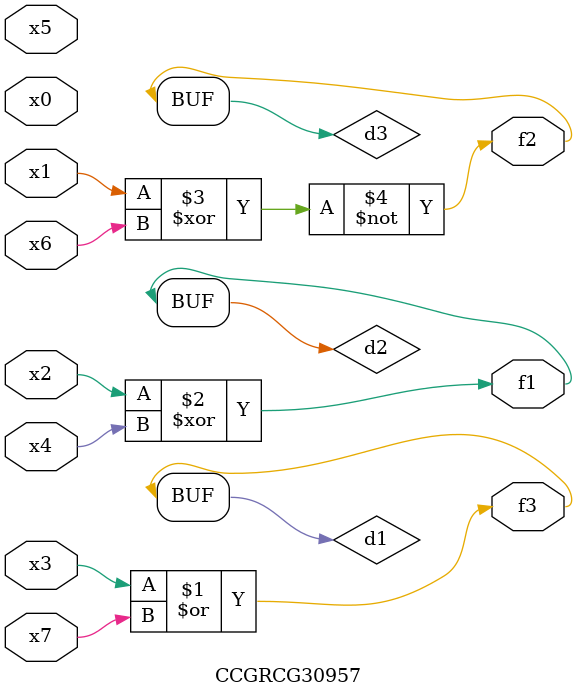
<source format=v>
module CCGRCG30957(
	input x0, x1, x2, x3, x4, x5, x6, x7,
	output f1, f2, f3
);

	wire d1, d2, d3;

	or (d1, x3, x7);
	xor (d2, x2, x4);
	xnor (d3, x1, x6);
	assign f1 = d2;
	assign f2 = d3;
	assign f3 = d1;
endmodule

</source>
